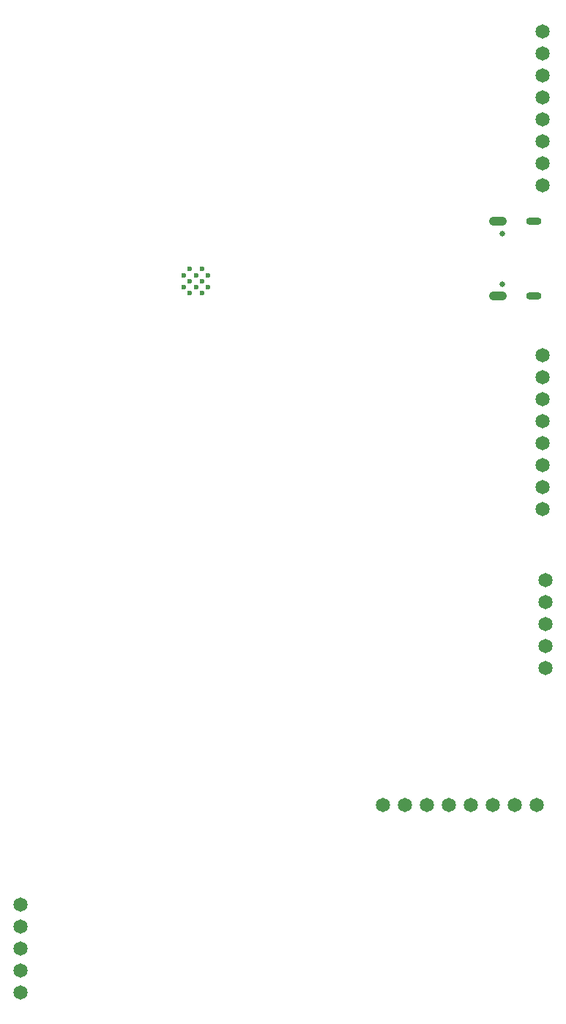
<source format=gbr>
%TF.GenerationSoftware,KiCad,Pcbnew,9.0.0*%
%TF.CreationDate,2025-10-02T06:46:57+09:00*%
%TF.ProjectId,MistFarm_PCB,4d697374-4661-4726-9d5f-5043422e6b69,rev?*%
%TF.SameCoordinates,Original*%
%TF.FileFunction,Soldermask,Bot*%
%TF.FilePolarity,Negative*%
%FSLAX46Y46*%
G04 Gerber Fmt 4.6, Leading zero omitted, Abs format (unit mm)*
G04 Created by KiCad (PCBNEW 9.0.0) date 2025-10-02 06:46:57*
%MOMM*%
%LPD*%
G01*
G04 APERTURE LIST*
%ADD10C,1.650000*%
%ADD11C,0.650000*%
%ADD12O,2.100000X1.050000*%
%ADD13O,1.800000X0.900000*%
%ADD14C,0.600000*%
G04 APERTURE END LIST*
D10*
%TO.C,J1*%
X28419500Y-122510500D03*
X28419500Y-125050500D03*
X28419500Y-127590500D03*
X28419500Y-130130500D03*
X28419500Y-132670500D03*
%TD*%
%TO.C,J6*%
X70300000Y-110960000D03*
X72840000Y-110960000D03*
X75380000Y-110960000D03*
X77920000Y-110960000D03*
X80460000Y-110960000D03*
X83000000Y-110960000D03*
X85540000Y-110960000D03*
X88080000Y-110960000D03*
%TD*%
%TO.C,J3*%
X88780000Y-39380000D03*
X88780000Y-36840000D03*
X88780000Y-34300000D03*
X88780000Y-31760000D03*
X88780000Y-29220000D03*
X88780000Y-26680000D03*
X88780000Y-24140000D03*
X88780000Y-21600000D03*
%TD*%
%TO.C,J2*%
X88780000Y-76790000D03*
X88780000Y-74250000D03*
X88780000Y-71710000D03*
X88780000Y-69170000D03*
X88780000Y-66630000D03*
X88780000Y-64090000D03*
X88780000Y-61550000D03*
X88780000Y-59010000D03*
%TD*%
D11*
%TO.C,J4*%
X84090000Y-50760000D03*
X84090000Y-44980000D03*
D12*
X83590000Y-52190000D03*
X83590000Y-43550000D03*
D13*
X87770000Y-52190000D03*
X87770000Y-43550000D03*
%TD*%
D14*
%TO.C,U1*%
X47290000Y-49747900D03*
X47290000Y-51147900D03*
X47990000Y-49047900D03*
X47990000Y-50447900D03*
X47990000Y-51847900D03*
X48690000Y-49747900D03*
X48690000Y-51147900D03*
X49390000Y-49047900D03*
X49390000Y-50447900D03*
X49390000Y-51847900D03*
X50090000Y-49747900D03*
X50090000Y-51147900D03*
%TD*%
D10*
%TO.C,J5*%
X89090000Y-95130000D03*
X89090000Y-92590000D03*
X89090000Y-90050000D03*
X89090000Y-87510000D03*
X89090000Y-84970000D03*
%TD*%
M02*

</source>
